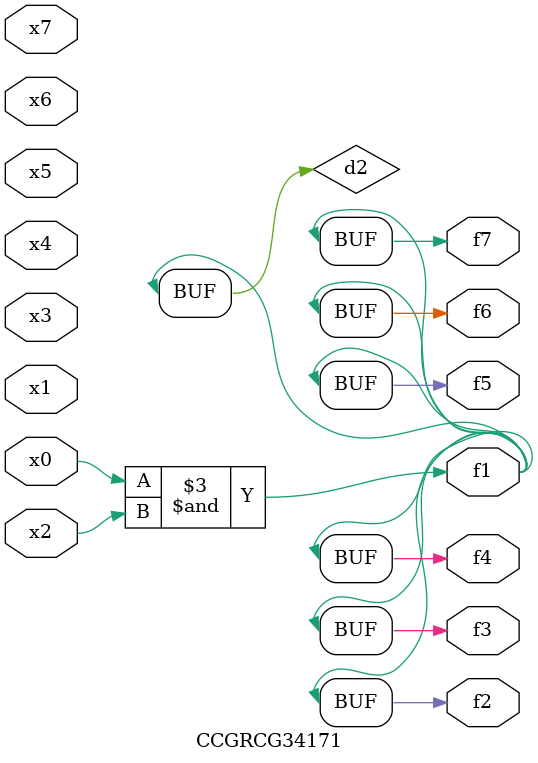
<source format=v>
module CCGRCG34171(
	input x0, x1, x2, x3, x4, x5, x6, x7,
	output f1, f2, f3, f4, f5, f6, f7
);

	wire d1, d2;

	nor (d1, x3, x6);
	and (d2, x0, x2);
	assign f1 = d2;
	assign f2 = d2;
	assign f3 = d2;
	assign f4 = d2;
	assign f5 = d2;
	assign f6 = d2;
	assign f7 = d2;
endmodule

</source>
